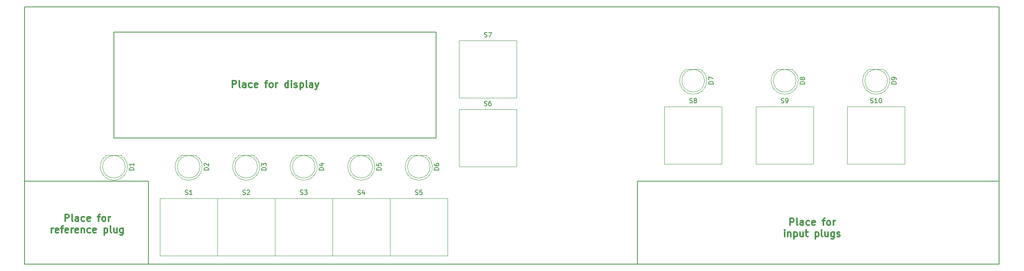
<source format=gbr>
%TF.GenerationSoftware,KiCad,Pcbnew,(5.1.9)-1*%
%TF.CreationDate,2021-06-09T10:26:03+02:00*%
%TF.ProjectId,Frontplatte,46726f6e-7470-46c6-9174-74652e6b6963,rev?*%
%TF.SameCoordinates,Original*%
%TF.FileFunction,Legend,Top*%
%TF.FilePolarity,Positive*%
%FSLAX46Y46*%
G04 Gerber Fmt 4.6, Leading zero omitted, Abs format (unit mm)*
G04 Created by KiCad (PCBNEW (5.1.9)-1) date 2021-06-09 10:26:03*
%MOMM*%
%LPD*%
G01*
G04 APERTURE LIST*
%ADD10C,0.300000*%
%ADD11C,0.150000*%
%ADD12C,0.120000*%
G04 APERTURE END LIST*
D10*
X203869742Y-93586771D02*
X203869742Y-92086771D01*
X204441171Y-92086771D01*
X204584028Y-92158200D01*
X204655457Y-92229628D01*
X204726885Y-92372485D01*
X204726885Y-92586771D01*
X204655457Y-92729628D01*
X204584028Y-92801057D01*
X204441171Y-92872485D01*
X203869742Y-92872485D01*
X205584028Y-93586771D02*
X205441171Y-93515342D01*
X205369742Y-93372485D01*
X205369742Y-92086771D01*
X206798314Y-93586771D02*
X206798314Y-92801057D01*
X206726885Y-92658200D01*
X206584028Y-92586771D01*
X206298314Y-92586771D01*
X206155457Y-92658200D01*
X206798314Y-93515342D02*
X206655457Y-93586771D01*
X206298314Y-93586771D01*
X206155457Y-93515342D01*
X206084028Y-93372485D01*
X206084028Y-93229628D01*
X206155457Y-93086771D01*
X206298314Y-93015342D01*
X206655457Y-93015342D01*
X206798314Y-92943914D01*
X208155457Y-93515342D02*
X208012600Y-93586771D01*
X207726885Y-93586771D01*
X207584028Y-93515342D01*
X207512600Y-93443914D01*
X207441171Y-93301057D01*
X207441171Y-92872485D01*
X207512600Y-92729628D01*
X207584028Y-92658200D01*
X207726885Y-92586771D01*
X208012600Y-92586771D01*
X208155457Y-92658200D01*
X209369742Y-93515342D02*
X209226885Y-93586771D01*
X208941171Y-93586771D01*
X208798314Y-93515342D01*
X208726885Y-93372485D01*
X208726885Y-92801057D01*
X208798314Y-92658200D01*
X208941171Y-92586771D01*
X209226885Y-92586771D01*
X209369742Y-92658200D01*
X209441171Y-92801057D01*
X209441171Y-92943914D01*
X208726885Y-93086771D01*
X211012600Y-92586771D02*
X211584028Y-92586771D01*
X211226885Y-93586771D02*
X211226885Y-92301057D01*
X211298314Y-92158200D01*
X211441171Y-92086771D01*
X211584028Y-92086771D01*
X212298314Y-93586771D02*
X212155457Y-93515342D01*
X212084028Y-93443914D01*
X212012600Y-93301057D01*
X212012600Y-92872485D01*
X212084028Y-92729628D01*
X212155457Y-92658200D01*
X212298314Y-92586771D01*
X212512600Y-92586771D01*
X212655457Y-92658200D01*
X212726885Y-92729628D01*
X212798314Y-92872485D01*
X212798314Y-93301057D01*
X212726885Y-93443914D01*
X212655457Y-93515342D01*
X212512600Y-93586771D01*
X212298314Y-93586771D01*
X213441171Y-93586771D02*
X213441171Y-92586771D01*
X213441171Y-92872485D02*
X213512600Y-92729628D01*
X213584028Y-92658200D01*
X213726885Y-92586771D01*
X213869742Y-92586771D01*
X202691171Y-96136771D02*
X202691171Y-95136771D01*
X202691171Y-94636771D02*
X202619742Y-94708200D01*
X202691171Y-94779628D01*
X202762600Y-94708200D01*
X202691171Y-94636771D01*
X202691171Y-94779628D01*
X203405457Y-95136771D02*
X203405457Y-96136771D01*
X203405457Y-95279628D02*
X203476885Y-95208200D01*
X203619742Y-95136771D01*
X203834028Y-95136771D01*
X203976885Y-95208200D01*
X204048314Y-95351057D01*
X204048314Y-96136771D01*
X204762600Y-95136771D02*
X204762600Y-96636771D01*
X204762600Y-95208200D02*
X204905457Y-95136771D01*
X205191171Y-95136771D01*
X205334028Y-95208200D01*
X205405457Y-95279628D01*
X205476885Y-95422485D01*
X205476885Y-95851057D01*
X205405457Y-95993914D01*
X205334028Y-96065342D01*
X205191171Y-96136771D01*
X204905457Y-96136771D01*
X204762600Y-96065342D01*
X206762600Y-95136771D02*
X206762600Y-96136771D01*
X206119742Y-95136771D02*
X206119742Y-95922485D01*
X206191171Y-96065342D01*
X206334028Y-96136771D01*
X206548314Y-96136771D01*
X206691171Y-96065342D01*
X206762600Y-95993914D01*
X207262600Y-95136771D02*
X207834028Y-95136771D01*
X207476885Y-94636771D02*
X207476885Y-95922485D01*
X207548314Y-96065342D01*
X207691171Y-96136771D01*
X207834028Y-96136771D01*
X209476885Y-95136771D02*
X209476885Y-96636771D01*
X209476885Y-95208200D02*
X209619742Y-95136771D01*
X209905457Y-95136771D01*
X210048314Y-95208200D01*
X210119742Y-95279628D01*
X210191171Y-95422485D01*
X210191171Y-95851057D01*
X210119742Y-95993914D01*
X210048314Y-96065342D01*
X209905457Y-96136771D01*
X209619742Y-96136771D01*
X209476885Y-96065342D01*
X211048314Y-96136771D02*
X210905457Y-96065342D01*
X210834028Y-95922485D01*
X210834028Y-94636771D01*
X212262600Y-95136771D02*
X212262600Y-96136771D01*
X211619742Y-95136771D02*
X211619742Y-95922485D01*
X211691171Y-96065342D01*
X211834028Y-96136771D01*
X212048314Y-96136771D01*
X212191171Y-96065342D01*
X212262600Y-95993914D01*
X213619742Y-95136771D02*
X213619742Y-96351057D01*
X213548314Y-96493914D01*
X213476885Y-96565342D01*
X213334028Y-96636771D01*
X213119742Y-96636771D01*
X212976885Y-96565342D01*
X213619742Y-96065342D02*
X213476885Y-96136771D01*
X213191171Y-96136771D01*
X213048314Y-96065342D01*
X212976885Y-95993914D01*
X212905457Y-95851057D01*
X212905457Y-95422485D01*
X212976885Y-95279628D01*
X213048314Y-95208200D01*
X213191171Y-95136771D01*
X213476885Y-95136771D01*
X213619742Y-95208200D01*
X214262600Y-96065342D02*
X214405457Y-96136771D01*
X214691171Y-96136771D01*
X214834028Y-96065342D01*
X214905457Y-95922485D01*
X214905457Y-95851057D01*
X214834028Y-95708200D01*
X214691171Y-95636771D01*
X214476885Y-95636771D01*
X214334028Y-95565342D01*
X214262600Y-95422485D01*
X214262600Y-95351057D01*
X214334028Y-95208200D01*
X214476885Y-95136771D01*
X214691171Y-95136771D01*
X214834028Y-95208200D01*
X43849742Y-92697771D02*
X43849742Y-91197771D01*
X44421171Y-91197771D01*
X44564028Y-91269200D01*
X44635457Y-91340628D01*
X44706885Y-91483485D01*
X44706885Y-91697771D01*
X44635457Y-91840628D01*
X44564028Y-91912057D01*
X44421171Y-91983485D01*
X43849742Y-91983485D01*
X45564028Y-92697771D02*
X45421171Y-92626342D01*
X45349742Y-92483485D01*
X45349742Y-91197771D01*
X46778314Y-92697771D02*
X46778314Y-91912057D01*
X46706885Y-91769200D01*
X46564028Y-91697771D01*
X46278314Y-91697771D01*
X46135457Y-91769200D01*
X46778314Y-92626342D02*
X46635457Y-92697771D01*
X46278314Y-92697771D01*
X46135457Y-92626342D01*
X46064028Y-92483485D01*
X46064028Y-92340628D01*
X46135457Y-92197771D01*
X46278314Y-92126342D01*
X46635457Y-92126342D01*
X46778314Y-92054914D01*
X48135457Y-92626342D02*
X47992600Y-92697771D01*
X47706885Y-92697771D01*
X47564028Y-92626342D01*
X47492600Y-92554914D01*
X47421171Y-92412057D01*
X47421171Y-91983485D01*
X47492600Y-91840628D01*
X47564028Y-91769200D01*
X47706885Y-91697771D01*
X47992600Y-91697771D01*
X48135457Y-91769200D01*
X49349742Y-92626342D02*
X49206885Y-92697771D01*
X48921171Y-92697771D01*
X48778314Y-92626342D01*
X48706885Y-92483485D01*
X48706885Y-91912057D01*
X48778314Y-91769200D01*
X48921171Y-91697771D01*
X49206885Y-91697771D01*
X49349742Y-91769200D01*
X49421171Y-91912057D01*
X49421171Y-92054914D01*
X48706885Y-92197771D01*
X50992600Y-91697771D02*
X51564028Y-91697771D01*
X51206885Y-92697771D02*
X51206885Y-91412057D01*
X51278314Y-91269200D01*
X51421171Y-91197771D01*
X51564028Y-91197771D01*
X52278314Y-92697771D02*
X52135457Y-92626342D01*
X52064028Y-92554914D01*
X51992600Y-92412057D01*
X51992600Y-91983485D01*
X52064028Y-91840628D01*
X52135457Y-91769200D01*
X52278314Y-91697771D01*
X52492600Y-91697771D01*
X52635457Y-91769200D01*
X52706885Y-91840628D01*
X52778314Y-91983485D01*
X52778314Y-92412057D01*
X52706885Y-92554914D01*
X52635457Y-92626342D01*
X52492600Y-92697771D01*
X52278314Y-92697771D01*
X53421171Y-92697771D02*
X53421171Y-91697771D01*
X53421171Y-91983485D02*
X53492600Y-91840628D01*
X53564028Y-91769200D01*
X53706885Y-91697771D01*
X53849742Y-91697771D01*
X40849742Y-95247771D02*
X40849742Y-94247771D01*
X40849742Y-94533485D02*
X40921171Y-94390628D01*
X40992600Y-94319200D01*
X41135457Y-94247771D01*
X41278314Y-94247771D01*
X42349742Y-95176342D02*
X42206885Y-95247771D01*
X41921171Y-95247771D01*
X41778314Y-95176342D01*
X41706885Y-95033485D01*
X41706885Y-94462057D01*
X41778314Y-94319200D01*
X41921171Y-94247771D01*
X42206885Y-94247771D01*
X42349742Y-94319200D01*
X42421171Y-94462057D01*
X42421171Y-94604914D01*
X41706885Y-94747771D01*
X42849742Y-94247771D02*
X43421171Y-94247771D01*
X43064028Y-95247771D02*
X43064028Y-93962057D01*
X43135457Y-93819200D01*
X43278314Y-93747771D01*
X43421171Y-93747771D01*
X44492600Y-95176342D02*
X44349742Y-95247771D01*
X44064028Y-95247771D01*
X43921171Y-95176342D01*
X43849742Y-95033485D01*
X43849742Y-94462057D01*
X43921171Y-94319200D01*
X44064028Y-94247771D01*
X44349742Y-94247771D01*
X44492600Y-94319200D01*
X44564028Y-94462057D01*
X44564028Y-94604914D01*
X43849742Y-94747771D01*
X45206885Y-95247771D02*
X45206885Y-94247771D01*
X45206885Y-94533485D02*
X45278314Y-94390628D01*
X45349742Y-94319200D01*
X45492600Y-94247771D01*
X45635457Y-94247771D01*
X46706885Y-95176342D02*
X46564028Y-95247771D01*
X46278314Y-95247771D01*
X46135457Y-95176342D01*
X46064028Y-95033485D01*
X46064028Y-94462057D01*
X46135457Y-94319200D01*
X46278314Y-94247771D01*
X46564028Y-94247771D01*
X46706885Y-94319200D01*
X46778314Y-94462057D01*
X46778314Y-94604914D01*
X46064028Y-94747771D01*
X47421171Y-94247771D02*
X47421171Y-95247771D01*
X47421171Y-94390628D02*
X47492600Y-94319200D01*
X47635457Y-94247771D01*
X47849742Y-94247771D01*
X47992600Y-94319200D01*
X48064028Y-94462057D01*
X48064028Y-95247771D01*
X49421171Y-95176342D02*
X49278314Y-95247771D01*
X48992600Y-95247771D01*
X48849742Y-95176342D01*
X48778314Y-95104914D01*
X48706885Y-94962057D01*
X48706885Y-94533485D01*
X48778314Y-94390628D01*
X48849742Y-94319200D01*
X48992600Y-94247771D01*
X49278314Y-94247771D01*
X49421171Y-94319200D01*
X50635457Y-95176342D02*
X50492600Y-95247771D01*
X50206885Y-95247771D01*
X50064028Y-95176342D01*
X49992600Y-95033485D01*
X49992600Y-94462057D01*
X50064028Y-94319200D01*
X50206885Y-94247771D01*
X50492600Y-94247771D01*
X50635457Y-94319200D01*
X50706885Y-94462057D01*
X50706885Y-94604914D01*
X49992600Y-94747771D01*
X52492600Y-94247771D02*
X52492600Y-95747771D01*
X52492600Y-94319200D02*
X52635457Y-94247771D01*
X52921171Y-94247771D01*
X53064028Y-94319200D01*
X53135457Y-94390628D01*
X53206885Y-94533485D01*
X53206885Y-94962057D01*
X53135457Y-95104914D01*
X53064028Y-95176342D01*
X52921171Y-95247771D01*
X52635457Y-95247771D01*
X52492600Y-95176342D01*
X54064028Y-95247771D02*
X53921171Y-95176342D01*
X53849742Y-95033485D01*
X53849742Y-93747771D01*
X55278314Y-94247771D02*
X55278314Y-95247771D01*
X54635457Y-94247771D02*
X54635457Y-95033485D01*
X54706885Y-95176342D01*
X54849742Y-95247771D01*
X55064028Y-95247771D01*
X55206885Y-95176342D01*
X55278314Y-95104914D01*
X56635457Y-94247771D02*
X56635457Y-95462057D01*
X56564028Y-95604914D01*
X56492600Y-95676342D01*
X56349742Y-95747771D01*
X56135457Y-95747771D01*
X55992600Y-95676342D01*
X56635457Y-95176342D02*
X56492600Y-95247771D01*
X56206885Y-95247771D01*
X56064028Y-95176342D01*
X55992600Y-95104914D01*
X55921171Y-94962057D01*
X55921171Y-94533485D01*
X55992600Y-94390628D01*
X56064028Y-94319200D01*
X56206885Y-94247771D01*
X56492600Y-94247771D01*
X56635457Y-94319200D01*
X80792228Y-63060971D02*
X80792228Y-61560971D01*
X81363657Y-61560971D01*
X81506514Y-61632400D01*
X81577942Y-61703828D01*
X81649371Y-61846685D01*
X81649371Y-62060971D01*
X81577942Y-62203828D01*
X81506514Y-62275257D01*
X81363657Y-62346685D01*
X80792228Y-62346685D01*
X82506514Y-63060971D02*
X82363657Y-62989542D01*
X82292228Y-62846685D01*
X82292228Y-61560971D01*
X83720800Y-63060971D02*
X83720800Y-62275257D01*
X83649371Y-62132400D01*
X83506514Y-62060971D01*
X83220800Y-62060971D01*
X83077942Y-62132400D01*
X83720800Y-62989542D02*
X83577942Y-63060971D01*
X83220800Y-63060971D01*
X83077942Y-62989542D01*
X83006514Y-62846685D01*
X83006514Y-62703828D01*
X83077942Y-62560971D01*
X83220800Y-62489542D01*
X83577942Y-62489542D01*
X83720800Y-62418114D01*
X85077942Y-62989542D02*
X84935085Y-63060971D01*
X84649371Y-63060971D01*
X84506514Y-62989542D01*
X84435085Y-62918114D01*
X84363657Y-62775257D01*
X84363657Y-62346685D01*
X84435085Y-62203828D01*
X84506514Y-62132400D01*
X84649371Y-62060971D01*
X84935085Y-62060971D01*
X85077942Y-62132400D01*
X86292228Y-62989542D02*
X86149371Y-63060971D01*
X85863657Y-63060971D01*
X85720800Y-62989542D01*
X85649371Y-62846685D01*
X85649371Y-62275257D01*
X85720800Y-62132400D01*
X85863657Y-62060971D01*
X86149371Y-62060971D01*
X86292228Y-62132400D01*
X86363657Y-62275257D01*
X86363657Y-62418114D01*
X85649371Y-62560971D01*
X87935085Y-62060971D02*
X88506514Y-62060971D01*
X88149371Y-63060971D02*
X88149371Y-61775257D01*
X88220800Y-61632400D01*
X88363657Y-61560971D01*
X88506514Y-61560971D01*
X89220800Y-63060971D02*
X89077942Y-62989542D01*
X89006514Y-62918114D01*
X88935085Y-62775257D01*
X88935085Y-62346685D01*
X89006514Y-62203828D01*
X89077942Y-62132400D01*
X89220800Y-62060971D01*
X89435085Y-62060971D01*
X89577942Y-62132400D01*
X89649371Y-62203828D01*
X89720800Y-62346685D01*
X89720800Y-62775257D01*
X89649371Y-62918114D01*
X89577942Y-62989542D01*
X89435085Y-63060971D01*
X89220800Y-63060971D01*
X90363657Y-63060971D02*
X90363657Y-62060971D01*
X90363657Y-62346685D02*
X90435085Y-62203828D01*
X90506514Y-62132400D01*
X90649371Y-62060971D01*
X90792228Y-62060971D01*
X93077942Y-63060971D02*
X93077942Y-61560971D01*
X93077942Y-62989542D02*
X92935085Y-63060971D01*
X92649371Y-63060971D01*
X92506514Y-62989542D01*
X92435085Y-62918114D01*
X92363657Y-62775257D01*
X92363657Y-62346685D01*
X92435085Y-62203828D01*
X92506514Y-62132400D01*
X92649371Y-62060971D01*
X92935085Y-62060971D01*
X93077942Y-62132400D01*
X93792228Y-63060971D02*
X93792228Y-62060971D01*
X93792228Y-61560971D02*
X93720800Y-61632400D01*
X93792228Y-61703828D01*
X93863657Y-61632400D01*
X93792228Y-61560971D01*
X93792228Y-61703828D01*
X94435085Y-62989542D02*
X94577942Y-63060971D01*
X94863657Y-63060971D01*
X95006514Y-62989542D01*
X95077942Y-62846685D01*
X95077942Y-62775257D01*
X95006514Y-62632400D01*
X94863657Y-62560971D01*
X94649371Y-62560971D01*
X94506514Y-62489542D01*
X94435085Y-62346685D01*
X94435085Y-62275257D01*
X94506514Y-62132400D01*
X94649371Y-62060971D01*
X94863657Y-62060971D01*
X95006514Y-62132400D01*
X95720800Y-62060971D02*
X95720800Y-63560971D01*
X95720800Y-62132400D02*
X95863657Y-62060971D01*
X96149371Y-62060971D01*
X96292228Y-62132400D01*
X96363657Y-62203828D01*
X96435085Y-62346685D01*
X96435085Y-62775257D01*
X96363657Y-62918114D01*
X96292228Y-62989542D01*
X96149371Y-63060971D01*
X95863657Y-63060971D01*
X95720800Y-62989542D01*
X97292228Y-63060971D02*
X97149371Y-62989542D01*
X97077942Y-62846685D01*
X97077942Y-61560971D01*
X98506514Y-63060971D02*
X98506514Y-62275257D01*
X98435085Y-62132400D01*
X98292228Y-62060971D01*
X98006514Y-62060971D01*
X97863657Y-62132400D01*
X98506514Y-62989542D02*
X98363657Y-63060971D01*
X98006514Y-63060971D01*
X97863657Y-62989542D01*
X97792228Y-62846685D01*
X97792228Y-62703828D01*
X97863657Y-62560971D01*
X98006514Y-62489542D01*
X98363657Y-62489542D01*
X98506514Y-62418114D01*
X99077942Y-62060971D02*
X99435085Y-63060971D01*
X99792228Y-62060971D02*
X99435085Y-63060971D01*
X99292228Y-63418114D01*
X99220800Y-63489542D01*
X99077942Y-63560971D01*
D11*
X170180000Y-83883500D02*
X170180000Y-102235000D01*
X250063000Y-83820000D02*
X170180000Y-83883500D01*
X64770000Y-102235000D02*
X34925000Y-102235000D01*
X62230000Y-83820000D02*
X62230000Y-102235000D01*
X34925000Y-83820000D02*
X62230000Y-83820000D01*
X54610000Y-50800000D02*
X54610000Y-74295000D01*
X125730000Y-50800000D02*
X54610000Y-50800000D01*
X125730000Y-74295000D02*
X125730000Y-50800000D01*
X54610000Y-74295000D02*
X125730000Y-74295000D01*
X34925000Y-102235000D02*
X34925000Y-45212000D01*
X250063000Y-102235000D02*
X50165000Y-102235000D01*
X250063000Y-45212000D02*
X250063000Y-102235000D01*
X34925000Y-45212000D02*
X250063000Y-45212000D01*
D12*
%TO.C,S10*%
X216535000Y-67310000D02*
X229235000Y-67310000D01*
X229235000Y-67310000D02*
X229235000Y-80010000D01*
X229235000Y-80010000D02*
X216535000Y-80010000D01*
X216535000Y-80010000D02*
X216535000Y-67310000D01*
%TO.C,S9*%
X196342000Y-80010000D02*
X196342000Y-67310000D01*
X209042000Y-80010000D02*
X196342000Y-80010000D01*
X209042000Y-67310000D02*
X209042000Y-80010000D01*
X196342000Y-67310000D02*
X209042000Y-67310000D01*
%TO.C,S8*%
X176149000Y-67310000D02*
X188849000Y-67310000D01*
X188849000Y-67310000D02*
X188849000Y-80010000D01*
X188849000Y-80010000D02*
X176149000Y-80010000D01*
X176149000Y-80010000D02*
X176149000Y-67310000D01*
%TO.C,D9*%
X224430000Y-59035000D02*
X221340000Y-59035000D01*
X225385000Y-61595000D02*
G75*
G03*
X225385000Y-61595000I-2500000J0D01*
G01*
X222885462Y-64585000D02*
G75*
G02*
X221340170Y-59035000I-462J2990000D01*
G01*
X222884538Y-64585000D02*
G75*
G03*
X224429830Y-59035000I462J2990000D01*
G01*
%TO.C,D8*%
X205192000Y-61595000D02*
G75*
G03*
X205192000Y-61595000I-2500000J0D01*
G01*
X204237000Y-59035000D02*
X201147000Y-59035000D01*
X202691538Y-64585000D02*
G75*
G03*
X204236830Y-59035000I462J2990000D01*
G01*
X202692462Y-64585000D02*
G75*
G02*
X201147170Y-59035000I-462J2990000D01*
G01*
%TO.C,D7*%
X184044000Y-59035000D02*
X180954000Y-59035000D01*
X184999000Y-61595000D02*
G75*
G03*
X184999000Y-61595000I-2500000J0D01*
G01*
X182499462Y-64585000D02*
G75*
G02*
X180954170Y-59035000I-462J2990000D01*
G01*
X182498538Y-64585000D02*
G75*
G03*
X184043830Y-59035000I462J2990000D01*
G01*
%TO.C,D6*%
X123465000Y-78085000D02*
X120375000Y-78085000D01*
X124420000Y-80645000D02*
G75*
G03*
X124420000Y-80645000I-2500000J0D01*
G01*
X121919538Y-83635000D02*
G75*
G03*
X123464830Y-78085000I462J2990000D01*
G01*
X121920462Y-83635000D02*
G75*
G02*
X120375170Y-78085000I-462J2990000D01*
G01*
%TO.C,D5*%
X110765000Y-78085000D02*
X107675000Y-78085000D01*
X111720000Y-80645000D02*
G75*
G03*
X111720000Y-80645000I-2500000J0D01*
G01*
X109219538Y-83635000D02*
G75*
G03*
X110764830Y-78085000I462J2990000D01*
G01*
X109220462Y-83635000D02*
G75*
G02*
X107675170Y-78085000I-462J2990000D01*
G01*
%TO.C,D4*%
X98065000Y-78085000D02*
X94975000Y-78085000D01*
X99020000Y-80645000D02*
G75*
G03*
X99020000Y-80645000I-2500000J0D01*
G01*
X96519538Y-83635000D02*
G75*
G03*
X98064830Y-78085000I462J2990000D01*
G01*
X96520462Y-83635000D02*
G75*
G02*
X94975170Y-78085000I-462J2990000D01*
G01*
%TO.C,D3*%
X85365000Y-78085000D02*
X82275000Y-78085000D01*
X86320000Y-80645000D02*
G75*
G03*
X86320000Y-80645000I-2500000J0D01*
G01*
X83819538Y-83635000D02*
G75*
G03*
X85364830Y-78085000I462J2990000D01*
G01*
X83820462Y-83635000D02*
G75*
G02*
X82275170Y-78085000I-462J2990000D01*
G01*
%TO.C,D2*%
X72665000Y-78085000D02*
X69575000Y-78085000D01*
X73620000Y-80645000D02*
G75*
G03*
X73620000Y-80645000I-2500000J0D01*
G01*
X71119538Y-83635000D02*
G75*
G03*
X72664830Y-78085000I462J2990000D01*
G01*
X71120462Y-83635000D02*
G75*
G02*
X69575170Y-78085000I-462J2990000D01*
G01*
%TO.C,D1*%
X56155000Y-78085000D02*
X53065000Y-78085000D01*
X57110000Y-80645000D02*
G75*
G03*
X57110000Y-80645000I-2500000J0D01*
G01*
X54609538Y-83635000D02*
G75*
G03*
X56154830Y-78085000I462J2990000D01*
G01*
X54610462Y-83635000D02*
G75*
G02*
X53065170Y-78085000I-462J2990000D01*
G01*
%TO.C,S7*%
X130810000Y-52705000D02*
X143510000Y-52705000D01*
X143510000Y-52705000D02*
X143510000Y-65405000D01*
X143510000Y-65405000D02*
X130810000Y-65405000D01*
X130810000Y-65405000D02*
X130810000Y-52705000D01*
%TO.C,S6*%
X130810000Y-67945000D02*
X143510000Y-67945000D01*
X143510000Y-67945000D02*
X143510000Y-80645000D01*
X143510000Y-80645000D02*
X130810000Y-80645000D01*
X130810000Y-80645000D02*
X130810000Y-67945000D01*
%TO.C,S5*%
X115570000Y-87630000D02*
X128270000Y-87630000D01*
X128270000Y-87630000D02*
X128270000Y-100330000D01*
X128270000Y-100330000D02*
X115570000Y-100330000D01*
X115570000Y-100330000D02*
X115570000Y-87630000D01*
%TO.C,S4*%
X102870000Y-87630000D02*
X115570000Y-87630000D01*
X115570000Y-87630000D02*
X115570000Y-100330000D01*
X115570000Y-100330000D02*
X102870000Y-100330000D01*
X102870000Y-100330000D02*
X102870000Y-87630000D01*
%TO.C,S3*%
X90170000Y-87630000D02*
X102870000Y-87630000D01*
X102870000Y-87630000D02*
X102870000Y-100330000D01*
X102870000Y-100330000D02*
X90170000Y-100330000D01*
X90170000Y-100330000D02*
X90170000Y-87630000D01*
%TO.C,S2*%
X77470000Y-87630000D02*
X90170000Y-87630000D01*
X90170000Y-87630000D02*
X90170000Y-100330000D01*
X90170000Y-100330000D02*
X77470000Y-100330000D01*
X77470000Y-100330000D02*
X77470000Y-87630000D01*
%TO.C,S1*%
X64770000Y-87630000D02*
X77470000Y-87630000D01*
X77470000Y-87630000D02*
X77470000Y-100330000D01*
X77470000Y-100330000D02*
X64770000Y-100330000D01*
X64770000Y-100330000D02*
X64770000Y-87630000D01*
%TO.C,S10*%
D11*
X221646904Y-66444761D02*
X221789761Y-66492380D01*
X222027857Y-66492380D01*
X222123095Y-66444761D01*
X222170714Y-66397142D01*
X222218333Y-66301904D01*
X222218333Y-66206666D01*
X222170714Y-66111428D01*
X222123095Y-66063809D01*
X222027857Y-66016190D01*
X221837380Y-65968571D01*
X221742142Y-65920952D01*
X221694523Y-65873333D01*
X221646904Y-65778095D01*
X221646904Y-65682857D01*
X221694523Y-65587619D01*
X221742142Y-65540000D01*
X221837380Y-65492380D01*
X222075476Y-65492380D01*
X222218333Y-65540000D01*
X223170714Y-66492380D02*
X222599285Y-66492380D01*
X222885000Y-66492380D02*
X222885000Y-65492380D01*
X222789761Y-65635238D01*
X222694523Y-65730476D01*
X222599285Y-65778095D01*
X223789761Y-65492380D02*
X223885000Y-65492380D01*
X223980238Y-65540000D01*
X224027857Y-65587619D01*
X224075476Y-65682857D01*
X224123095Y-65873333D01*
X224123095Y-66111428D01*
X224075476Y-66301904D01*
X224027857Y-66397142D01*
X223980238Y-66444761D01*
X223885000Y-66492380D01*
X223789761Y-66492380D01*
X223694523Y-66444761D01*
X223646904Y-66397142D01*
X223599285Y-66301904D01*
X223551666Y-66111428D01*
X223551666Y-65873333D01*
X223599285Y-65682857D01*
X223646904Y-65587619D01*
X223694523Y-65540000D01*
X223789761Y-65492380D01*
%TO.C,S9*%
X201930095Y-66444761D02*
X202072952Y-66492380D01*
X202311047Y-66492380D01*
X202406285Y-66444761D01*
X202453904Y-66397142D01*
X202501523Y-66301904D01*
X202501523Y-66206666D01*
X202453904Y-66111428D01*
X202406285Y-66063809D01*
X202311047Y-66016190D01*
X202120571Y-65968571D01*
X202025333Y-65920952D01*
X201977714Y-65873333D01*
X201930095Y-65778095D01*
X201930095Y-65682857D01*
X201977714Y-65587619D01*
X202025333Y-65540000D01*
X202120571Y-65492380D01*
X202358666Y-65492380D01*
X202501523Y-65540000D01*
X202977714Y-66492380D02*
X203168190Y-66492380D01*
X203263428Y-66444761D01*
X203311047Y-66397142D01*
X203406285Y-66254285D01*
X203453904Y-66063809D01*
X203453904Y-65682857D01*
X203406285Y-65587619D01*
X203358666Y-65540000D01*
X203263428Y-65492380D01*
X203072952Y-65492380D01*
X202977714Y-65540000D01*
X202930095Y-65587619D01*
X202882476Y-65682857D01*
X202882476Y-65920952D01*
X202930095Y-66016190D01*
X202977714Y-66063809D01*
X203072952Y-66111428D01*
X203263428Y-66111428D01*
X203358666Y-66063809D01*
X203406285Y-66016190D01*
X203453904Y-65920952D01*
%TO.C,S8*%
X181737095Y-66444761D02*
X181879952Y-66492380D01*
X182118047Y-66492380D01*
X182213285Y-66444761D01*
X182260904Y-66397142D01*
X182308523Y-66301904D01*
X182308523Y-66206666D01*
X182260904Y-66111428D01*
X182213285Y-66063809D01*
X182118047Y-66016190D01*
X181927571Y-65968571D01*
X181832333Y-65920952D01*
X181784714Y-65873333D01*
X181737095Y-65778095D01*
X181737095Y-65682857D01*
X181784714Y-65587619D01*
X181832333Y-65540000D01*
X181927571Y-65492380D01*
X182165666Y-65492380D01*
X182308523Y-65540000D01*
X182879952Y-65920952D02*
X182784714Y-65873333D01*
X182737095Y-65825714D01*
X182689476Y-65730476D01*
X182689476Y-65682857D01*
X182737095Y-65587619D01*
X182784714Y-65540000D01*
X182879952Y-65492380D01*
X183070428Y-65492380D01*
X183165666Y-65540000D01*
X183213285Y-65587619D01*
X183260904Y-65682857D01*
X183260904Y-65730476D01*
X183213285Y-65825714D01*
X183165666Y-65873333D01*
X183070428Y-65920952D01*
X182879952Y-65920952D01*
X182784714Y-65968571D01*
X182737095Y-66016190D01*
X182689476Y-66111428D01*
X182689476Y-66301904D01*
X182737095Y-66397142D01*
X182784714Y-66444761D01*
X182879952Y-66492380D01*
X183070428Y-66492380D01*
X183165666Y-66444761D01*
X183213285Y-66397142D01*
X183260904Y-66301904D01*
X183260904Y-66111428D01*
X183213285Y-66016190D01*
X183165666Y-65968571D01*
X183070428Y-65920952D01*
%TO.C,D9*%
X227297380Y-62333095D02*
X226297380Y-62333095D01*
X226297380Y-62095000D01*
X226345000Y-61952142D01*
X226440238Y-61856904D01*
X226535476Y-61809285D01*
X226725952Y-61761666D01*
X226868809Y-61761666D01*
X227059285Y-61809285D01*
X227154523Y-61856904D01*
X227249761Y-61952142D01*
X227297380Y-62095000D01*
X227297380Y-62333095D01*
X227297380Y-61285476D02*
X227297380Y-61095000D01*
X227249761Y-60999761D01*
X227202142Y-60952142D01*
X227059285Y-60856904D01*
X226868809Y-60809285D01*
X226487857Y-60809285D01*
X226392619Y-60856904D01*
X226345000Y-60904523D01*
X226297380Y-60999761D01*
X226297380Y-61190238D01*
X226345000Y-61285476D01*
X226392619Y-61333095D01*
X226487857Y-61380714D01*
X226725952Y-61380714D01*
X226821190Y-61333095D01*
X226868809Y-61285476D01*
X226916428Y-61190238D01*
X226916428Y-60999761D01*
X226868809Y-60904523D01*
X226821190Y-60856904D01*
X226725952Y-60809285D01*
%TO.C,D8*%
X207104380Y-62333095D02*
X206104380Y-62333095D01*
X206104380Y-62095000D01*
X206152000Y-61952142D01*
X206247238Y-61856904D01*
X206342476Y-61809285D01*
X206532952Y-61761666D01*
X206675809Y-61761666D01*
X206866285Y-61809285D01*
X206961523Y-61856904D01*
X207056761Y-61952142D01*
X207104380Y-62095000D01*
X207104380Y-62333095D01*
X206532952Y-61190238D02*
X206485333Y-61285476D01*
X206437714Y-61333095D01*
X206342476Y-61380714D01*
X206294857Y-61380714D01*
X206199619Y-61333095D01*
X206152000Y-61285476D01*
X206104380Y-61190238D01*
X206104380Y-60999761D01*
X206152000Y-60904523D01*
X206199619Y-60856904D01*
X206294857Y-60809285D01*
X206342476Y-60809285D01*
X206437714Y-60856904D01*
X206485333Y-60904523D01*
X206532952Y-60999761D01*
X206532952Y-61190238D01*
X206580571Y-61285476D01*
X206628190Y-61333095D01*
X206723428Y-61380714D01*
X206913904Y-61380714D01*
X207009142Y-61333095D01*
X207056761Y-61285476D01*
X207104380Y-61190238D01*
X207104380Y-60999761D01*
X207056761Y-60904523D01*
X207009142Y-60856904D01*
X206913904Y-60809285D01*
X206723428Y-60809285D01*
X206628190Y-60856904D01*
X206580571Y-60904523D01*
X206532952Y-60999761D01*
%TO.C,D7*%
X186911380Y-62333095D02*
X185911380Y-62333095D01*
X185911380Y-62095000D01*
X185959000Y-61952142D01*
X186054238Y-61856904D01*
X186149476Y-61809285D01*
X186339952Y-61761666D01*
X186482809Y-61761666D01*
X186673285Y-61809285D01*
X186768523Y-61856904D01*
X186863761Y-61952142D01*
X186911380Y-62095000D01*
X186911380Y-62333095D01*
X185911380Y-61428333D02*
X185911380Y-60761666D01*
X186911380Y-61190238D01*
%TO.C,D6*%
X126332380Y-81383095D02*
X125332380Y-81383095D01*
X125332380Y-81145000D01*
X125380000Y-81002142D01*
X125475238Y-80906904D01*
X125570476Y-80859285D01*
X125760952Y-80811666D01*
X125903809Y-80811666D01*
X126094285Y-80859285D01*
X126189523Y-80906904D01*
X126284761Y-81002142D01*
X126332380Y-81145000D01*
X126332380Y-81383095D01*
X125332380Y-79954523D02*
X125332380Y-80145000D01*
X125380000Y-80240238D01*
X125427619Y-80287857D01*
X125570476Y-80383095D01*
X125760952Y-80430714D01*
X126141904Y-80430714D01*
X126237142Y-80383095D01*
X126284761Y-80335476D01*
X126332380Y-80240238D01*
X126332380Y-80049761D01*
X126284761Y-79954523D01*
X126237142Y-79906904D01*
X126141904Y-79859285D01*
X125903809Y-79859285D01*
X125808571Y-79906904D01*
X125760952Y-79954523D01*
X125713333Y-80049761D01*
X125713333Y-80240238D01*
X125760952Y-80335476D01*
X125808571Y-80383095D01*
X125903809Y-80430714D01*
%TO.C,D5*%
X113632380Y-81383095D02*
X112632380Y-81383095D01*
X112632380Y-81145000D01*
X112680000Y-81002142D01*
X112775238Y-80906904D01*
X112870476Y-80859285D01*
X113060952Y-80811666D01*
X113203809Y-80811666D01*
X113394285Y-80859285D01*
X113489523Y-80906904D01*
X113584761Y-81002142D01*
X113632380Y-81145000D01*
X113632380Y-81383095D01*
X112632380Y-79906904D02*
X112632380Y-80383095D01*
X113108571Y-80430714D01*
X113060952Y-80383095D01*
X113013333Y-80287857D01*
X113013333Y-80049761D01*
X113060952Y-79954523D01*
X113108571Y-79906904D01*
X113203809Y-79859285D01*
X113441904Y-79859285D01*
X113537142Y-79906904D01*
X113584761Y-79954523D01*
X113632380Y-80049761D01*
X113632380Y-80287857D01*
X113584761Y-80383095D01*
X113537142Y-80430714D01*
%TO.C,D4*%
X100932380Y-81383095D02*
X99932380Y-81383095D01*
X99932380Y-81145000D01*
X99980000Y-81002142D01*
X100075238Y-80906904D01*
X100170476Y-80859285D01*
X100360952Y-80811666D01*
X100503809Y-80811666D01*
X100694285Y-80859285D01*
X100789523Y-80906904D01*
X100884761Y-81002142D01*
X100932380Y-81145000D01*
X100932380Y-81383095D01*
X100265714Y-79954523D02*
X100932380Y-79954523D01*
X99884761Y-80192619D02*
X100599047Y-80430714D01*
X100599047Y-79811666D01*
%TO.C,D3*%
X88232380Y-81383095D02*
X87232380Y-81383095D01*
X87232380Y-81145000D01*
X87280000Y-81002142D01*
X87375238Y-80906904D01*
X87470476Y-80859285D01*
X87660952Y-80811666D01*
X87803809Y-80811666D01*
X87994285Y-80859285D01*
X88089523Y-80906904D01*
X88184761Y-81002142D01*
X88232380Y-81145000D01*
X88232380Y-81383095D01*
X87232380Y-80478333D02*
X87232380Y-79859285D01*
X87613333Y-80192619D01*
X87613333Y-80049761D01*
X87660952Y-79954523D01*
X87708571Y-79906904D01*
X87803809Y-79859285D01*
X88041904Y-79859285D01*
X88137142Y-79906904D01*
X88184761Y-79954523D01*
X88232380Y-80049761D01*
X88232380Y-80335476D01*
X88184761Y-80430714D01*
X88137142Y-80478333D01*
%TO.C,D2*%
X75532380Y-81383095D02*
X74532380Y-81383095D01*
X74532380Y-81145000D01*
X74580000Y-81002142D01*
X74675238Y-80906904D01*
X74770476Y-80859285D01*
X74960952Y-80811666D01*
X75103809Y-80811666D01*
X75294285Y-80859285D01*
X75389523Y-80906904D01*
X75484761Y-81002142D01*
X75532380Y-81145000D01*
X75532380Y-81383095D01*
X74627619Y-80430714D02*
X74580000Y-80383095D01*
X74532380Y-80287857D01*
X74532380Y-80049761D01*
X74580000Y-79954523D01*
X74627619Y-79906904D01*
X74722857Y-79859285D01*
X74818095Y-79859285D01*
X74960952Y-79906904D01*
X75532380Y-80478333D01*
X75532380Y-79859285D01*
%TO.C,D1*%
X59022380Y-81383095D02*
X58022380Y-81383095D01*
X58022380Y-81145000D01*
X58070000Y-81002142D01*
X58165238Y-80906904D01*
X58260476Y-80859285D01*
X58450952Y-80811666D01*
X58593809Y-80811666D01*
X58784285Y-80859285D01*
X58879523Y-80906904D01*
X58974761Y-81002142D01*
X59022380Y-81145000D01*
X59022380Y-81383095D01*
X59022380Y-79859285D02*
X59022380Y-80430714D01*
X59022380Y-80145000D02*
X58022380Y-80145000D01*
X58165238Y-80240238D01*
X58260476Y-80335476D01*
X58308095Y-80430714D01*
%TO.C,S7*%
X136398095Y-51839761D02*
X136540952Y-51887380D01*
X136779047Y-51887380D01*
X136874285Y-51839761D01*
X136921904Y-51792142D01*
X136969523Y-51696904D01*
X136969523Y-51601666D01*
X136921904Y-51506428D01*
X136874285Y-51458809D01*
X136779047Y-51411190D01*
X136588571Y-51363571D01*
X136493333Y-51315952D01*
X136445714Y-51268333D01*
X136398095Y-51173095D01*
X136398095Y-51077857D01*
X136445714Y-50982619D01*
X136493333Y-50935000D01*
X136588571Y-50887380D01*
X136826666Y-50887380D01*
X136969523Y-50935000D01*
X137302857Y-50887380D02*
X137969523Y-50887380D01*
X137540952Y-51887380D01*
%TO.C,S6*%
X136398095Y-67079761D02*
X136540952Y-67127380D01*
X136779047Y-67127380D01*
X136874285Y-67079761D01*
X136921904Y-67032142D01*
X136969523Y-66936904D01*
X136969523Y-66841666D01*
X136921904Y-66746428D01*
X136874285Y-66698809D01*
X136779047Y-66651190D01*
X136588571Y-66603571D01*
X136493333Y-66555952D01*
X136445714Y-66508333D01*
X136398095Y-66413095D01*
X136398095Y-66317857D01*
X136445714Y-66222619D01*
X136493333Y-66175000D01*
X136588571Y-66127380D01*
X136826666Y-66127380D01*
X136969523Y-66175000D01*
X137826666Y-66127380D02*
X137636190Y-66127380D01*
X137540952Y-66175000D01*
X137493333Y-66222619D01*
X137398095Y-66365476D01*
X137350476Y-66555952D01*
X137350476Y-66936904D01*
X137398095Y-67032142D01*
X137445714Y-67079761D01*
X137540952Y-67127380D01*
X137731428Y-67127380D01*
X137826666Y-67079761D01*
X137874285Y-67032142D01*
X137921904Y-66936904D01*
X137921904Y-66698809D01*
X137874285Y-66603571D01*
X137826666Y-66555952D01*
X137731428Y-66508333D01*
X137540952Y-66508333D01*
X137445714Y-66555952D01*
X137398095Y-66603571D01*
X137350476Y-66698809D01*
%TO.C,S5*%
X121158095Y-86764761D02*
X121300952Y-86812380D01*
X121539047Y-86812380D01*
X121634285Y-86764761D01*
X121681904Y-86717142D01*
X121729523Y-86621904D01*
X121729523Y-86526666D01*
X121681904Y-86431428D01*
X121634285Y-86383809D01*
X121539047Y-86336190D01*
X121348571Y-86288571D01*
X121253333Y-86240952D01*
X121205714Y-86193333D01*
X121158095Y-86098095D01*
X121158095Y-86002857D01*
X121205714Y-85907619D01*
X121253333Y-85860000D01*
X121348571Y-85812380D01*
X121586666Y-85812380D01*
X121729523Y-85860000D01*
X122634285Y-85812380D02*
X122158095Y-85812380D01*
X122110476Y-86288571D01*
X122158095Y-86240952D01*
X122253333Y-86193333D01*
X122491428Y-86193333D01*
X122586666Y-86240952D01*
X122634285Y-86288571D01*
X122681904Y-86383809D01*
X122681904Y-86621904D01*
X122634285Y-86717142D01*
X122586666Y-86764761D01*
X122491428Y-86812380D01*
X122253333Y-86812380D01*
X122158095Y-86764761D01*
X122110476Y-86717142D01*
%TO.C,S4*%
X108458095Y-86764761D02*
X108600952Y-86812380D01*
X108839047Y-86812380D01*
X108934285Y-86764761D01*
X108981904Y-86717142D01*
X109029523Y-86621904D01*
X109029523Y-86526666D01*
X108981904Y-86431428D01*
X108934285Y-86383809D01*
X108839047Y-86336190D01*
X108648571Y-86288571D01*
X108553333Y-86240952D01*
X108505714Y-86193333D01*
X108458095Y-86098095D01*
X108458095Y-86002857D01*
X108505714Y-85907619D01*
X108553333Y-85860000D01*
X108648571Y-85812380D01*
X108886666Y-85812380D01*
X109029523Y-85860000D01*
X109886666Y-86145714D02*
X109886666Y-86812380D01*
X109648571Y-85764761D02*
X109410476Y-86479047D01*
X110029523Y-86479047D01*
%TO.C,S3*%
X95758095Y-86764761D02*
X95900952Y-86812380D01*
X96139047Y-86812380D01*
X96234285Y-86764761D01*
X96281904Y-86717142D01*
X96329523Y-86621904D01*
X96329523Y-86526666D01*
X96281904Y-86431428D01*
X96234285Y-86383809D01*
X96139047Y-86336190D01*
X95948571Y-86288571D01*
X95853333Y-86240952D01*
X95805714Y-86193333D01*
X95758095Y-86098095D01*
X95758095Y-86002857D01*
X95805714Y-85907619D01*
X95853333Y-85860000D01*
X95948571Y-85812380D01*
X96186666Y-85812380D01*
X96329523Y-85860000D01*
X96662857Y-85812380D02*
X97281904Y-85812380D01*
X96948571Y-86193333D01*
X97091428Y-86193333D01*
X97186666Y-86240952D01*
X97234285Y-86288571D01*
X97281904Y-86383809D01*
X97281904Y-86621904D01*
X97234285Y-86717142D01*
X97186666Y-86764761D01*
X97091428Y-86812380D01*
X96805714Y-86812380D01*
X96710476Y-86764761D01*
X96662857Y-86717142D01*
%TO.C,S2*%
X83058095Y-86764761D02*
X83200952Y-86812380D01*
X83439047Y-86812380D01*
X83534285Y-86764761D01*
X83581904Y-86717142D01*
X83629523Y-86621904D01*
X83629523Y-86526666D01*
X83581904Y-86431428D01*
X83534285Y-86383809D01*
X83439047Y-86336190D01*
X83248571Y-86288571D01*
X83153333Y-86240952D01*
X83105714Y-86193333D01*
X83058095Y-86098095D01*
X83058095Y-86002857D01*
X83105714Y-85907619D01*
X83153333Y-85860000D01*
X83248571Y-85812380D01*
X83486666Y-85812380D01*
X83629523Y-85860000D01*
X84010476Y-85907619D02*
X84058095Y-85860000D01*
X84153333Y-85812380D01*
X84391428Y-85812380D01*
X84486666Y-85860000D01*
X84534285Y-85907619D01*
X84581904Y-86002857D01*
X84581904Y-86098095D01*
X84534285Y-86240952D01*
X83962857Y-86812380D01*
X84581904Y-86812380D01*
%TO.C,S1*%
X70358095Y-86764761D02*
X70500952Y-86812380D01*
X70739047Y-86812380D01*
X70834285Y-86764761D01*
X70881904Y-86717142D01*
X70929523Y-86621904D01*
X70929523Y-86526666D01*
X70881904Y-86431428D01*
X70834285Y-86383809D01*
X70739047Y-86336190D01*
X70548571Y-86288571D01*
X70453333Y-86240952D01*
X70405714Y-86193333D01*
X70358095Y-86098095D01*
X70358095Y-86002857D01*
X70405714Y-85907619D01*
X70453333Y-85860000D01*
X70548571Y-85812380D01*
X70786666Y-85812380D01*
X70929523Y-85860000D01*
X71881904Y-86812380D02*
X71310476Y-86812380D01*
X71596190Y-86812380D02*
X71596190Y-85812380D01*
X71500952Y-85955238D01*
X71405714Y-86050476D01*
X71310476Y-86098095D01*
%TD*%
M02*

</source>
